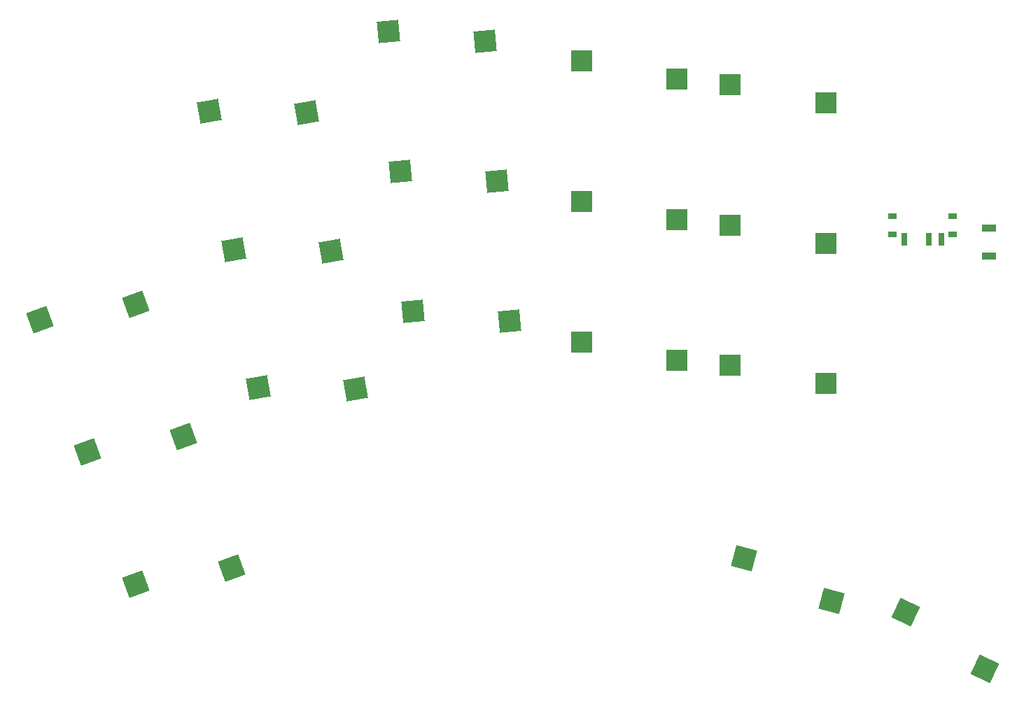
<source format=gbr>
%TF.GenerationSoftware,KiCad,Pcbnew,7.0.2-0*%
%TF.CreationDate,2023-07-16T18:15:17+02:00*%
%TF.ProjectId,lambbt_finished,6c616d62-6274-45f6-9669-6e6973686564,v1.0.0*%
%TF.SameCoordinates,Original*%
%TF.FileFunction,Paste,Bot*%
%TF.FilePolarity,Positive*%
%FSLAX46Y46*%
G04 Gerber Fmt 4.6, Leading zero omitted, Abs format (unit mm)*
G04 Created by KiCad (PCBNEW 7.0.2-0) date 2023-07-16 18:15:17*
%MOMM*%
%LPD*%
G01*
G04 APERTURE LIST*
G04 Aperture macros list*
%AMRotRect*
0 Rectangle, with rotation*
0 The origin of the aperture is its center*
0 $1 length*
0 $2 width*
0 $3 Rotation angle, in degrees counterclockwise*
0 Add horizontal line*
21,1,$1,$2,0,0,$3*%
G04 Aperture macros list end*
%ADD10RotRect,2.600000X2.600000X10.000000*%
%ADD11RotRect,2.600000X2.600000X5.000000*%
%ADD12R,2.600000X2.600000*%
%ADD13RotRect,2.600000X2.600000X20.000000*%
%ADD14RotRect,2.600000X2.600000X335.000000*%
%ADD15RotRect,2.600000X2.600000X345.000000*%
%ADD16R,1.700000X0.900000*%
%ADD17R,1.000000X0.800000*%
%ADD18R,0.700000X1.500000*%
G04 APERTURE END LIST*
D10*
%TO.C,S6*%
X155998898Y-91494322D03*
X167755453Y-91655262D03*
%TD*%
D11*
%TO.C,S9*%
X177629887Y-81856328D03*
X189327678Y-83041307D03*
%TD*%
%TO.C,S7*%
X180593180Y-115726951D03*
X192290971Y-116911930D03*
%TD*%
D12*
%TO.C,S10*%
X201006329Y-119430484D03*
X212556329Y-121630484D03*
%TD*%
%TO.C,S15*%
X219006330Y-88263820D03*
X230556330Y-90463820D03*
%TD*%
D13*
%TO.C,S1*%
X147086430Y-148695734D03*
X158692324Y-146812725D03*
%TD*%
D12*
%TO.C,S14*%
X219006329Y-105263815D03*
X230556329Y-107463815D03*
%TD*%
D14*
%TO.C,S17*%
X240233945Y-152136515D03*
X249772039Y-159011633D03*
%TD*%
D15*
%TO.C,S16*%
X220657897Y-145618923D03*
X231244939Y-150733320D03*
%TD*%
D10*
%TO.C,S5*%
X158950918Y-108236053D03*
X170707473Y-108396993D03*
%TD*%
D12*
%TO.C,S13*%
X219006329Y-122263815D03*
X230556329Y-124463815D03*
%TD*%
D13*
%TO.C,S2*%
X141272087Y-132720958D03*
X152877981Y-130837949D03*
%TD*%
D10*
%TO.C,S4*%
X161902935Y-124977786D03*
X173659490Y-125138726D03*
%TD*%
D16*
%TO.C,*%
X250281330Y-109013817D03*
X250281330Y-105613817D03*
%TD*%
D12*
%TO.C,S12*%
X201006331Y-85430481D03*
X212556331Y-87630481D03*
%TD*%
D11*
%TO.C,S8*%
X179111534Y-98791641D03*
X190809325Y-99976620D03*
%TD*%
D12*
%TO.C,S11*%
X201006328Y-102430481D03*
X212556328Y-104630481D03*
%TD*%
D13*
%TO.C,S3*%
X135457744Y-116746183D03*
X147063638Y-114863174D03*
%TD*%
D17*
%TO.C,*%
X245931331Y-106383818D03*
X245931331Y-104173818D03*
X238631331Y-106383818D03*
X238631331Y-104173818D03*
D18*
X240031331Y-107033818D03*
X243031331Y-107033818D03*
X244531331Y-107033818D03*
%TD*%
M02*

</source>
